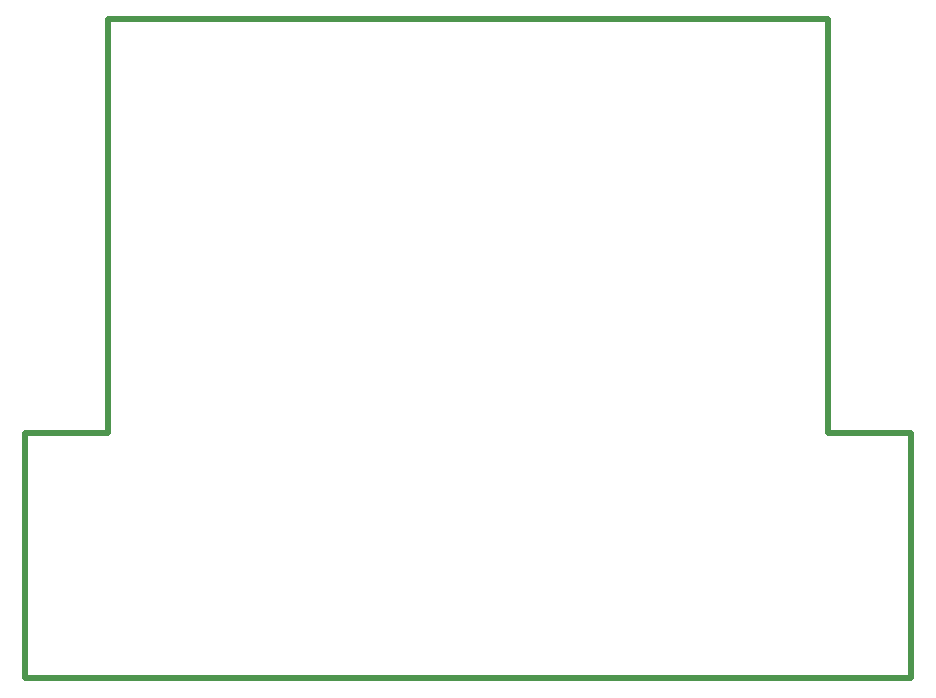
<source format=gm1>
G04*
G04 #@! TF.GenerationSoftware,Altium Limited,Altium NEXUS,1.1.9 (86)*
G04*
G04 Layer_Color=16711935*
%FSLAX24Y24*%
%MOIN*%
G70*
G01*
G75*
%ADD42C,0.0197*%
G36*
X-3000Y14400D02*
D01*
D02*
G37*
D42*
X-11999Y7000D02*
Y20794D01*
X12017D01*
Y7000D02*
Y20794D01*
Y7000D02*
X14773D01*
Y-1181D02*
Y7000D01*
X-14755Y-1181D02*
X14773D01*
X-14755D02*
Y7000D01*
X-11999D01*
M02*

</source>
